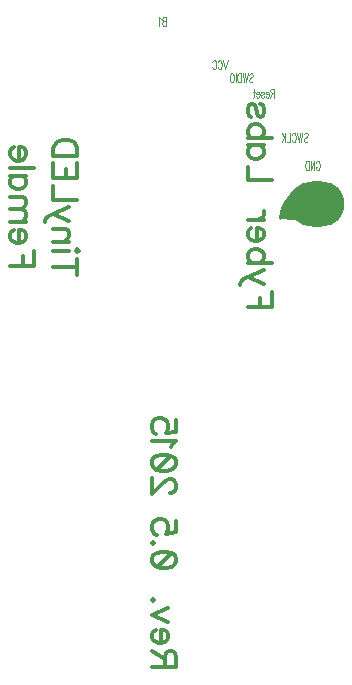
<source format=gbo>
G04 DipTrace 2.4.0.2*
%INfemale.gbo*%
%MOMM*%
%ADD10C,0.25*%
%ADD44O,4.663X3.825*%
%ADD69C,0.118*%
%ADD70C,0.314*%
%FSLAX53Y53*%
G04*
G71*
G90*
G75*
G01*
%LNBotSilk*%
%LPD*%
X36597Y51167D2*
D10*
G02X39947Y54191I3237J-218D01*
G01*
D44*
X39653Y52404D3*
G36*
X36672Y51117D2*
X38722Y50966D1*
X39297Y53916D1*
X37372Y53017D1*
X36847Y52067D1*
D1*
X36672Y51117D1*
G37*
X26897Y68220D2*
D69*
Y67454D1*
X26700D1*
X26634Y67491D1*
X26612Y67528D1*
X26591Y67600D1*
Y67709D1*
X26612Y67783D1*
X26634Y67819D1*
X26700Y67855D1*
X26634Y67892D1*
X26612Y67928D1*
X26591Y68001D1*
Y68074D1*
X26612Y68147D1*
X26634Y68184D1*
X26700Y68220D1*
X26897D1*
Y67855D2*
X26700D1*
X26450Y68073D2*
X26406Y68110D1*
X26340Y68219D1*
Y67454D1*
X32118Y64561D2*
X31943Y63795D1*
X31768Y64561D1*
X31299Y64379D2*
X31321Y64451D1*
X31364Y64525D1*
X31408Y64561D1*
X31495D1*
X31539Y64525D1*
X31583Y64451D1*
X31605Y64379D1*
X31627Y64269D1*
Y64087D1*
X31605Y63978D1*
X31583Y63905D1*
X31539Y63832D1*
X31495Y63795D1*
X31408D1*
X31364Y63832D1*
X31321Y63905D1*
X31299Y63978D1*
X30830Y64379D2*
X30851Y64451D1*
X30895Y64525D1*
X30939Y64561D1*
X31026D1*
X31070Y64525D1*
X31114Y64451D1*
X31136Y64379D1*
X31158Y64269D1*
Y64087D1*
X31136Y63978D1*
X31114Y63905D1*
X31070Y63832D1*
X31026Y63795D1*
X30939D1*
X30895Y63832D1*
X30851Y63905D1*
X30830Y63978D1*
X33963Y63348D2*
X34006Y63422D1*
X34072Y63458D1*
X34159D1*
X34225Y63422D1*
X34269Y63348D1*
Y63276D1*
X34247Y63203D1*
X34225Y63166D1*
X34181Y63130D1*
X34050Y63057D1*
X34006Y63021D1*
X33984Y62984D1*
X33963Y62911D1*
Y62802D1*
X34006Y62729D1*
X34072Y62692D1*
X34159D1*
X34225Y62729D1*
X34269Y62802D1*
X33821Y63458D2*
X33712Y62692D1*
X33603Y63458D1*
X33493Y62692D1*
X33384Y63458D1*
X33243D2*
Y62692D1*
X33089D1*
X33024Y62729D1*
X32980Y62802D1*
X32958Y62875D1*
X32936Y62984D1*
Y63166D1*
X32958Y63276D1*
X32980Y63348D1*
X33024Y63422D1*
X33089Y63458D1*
X33243D1*
X32795D2*
Y62692D1*
X32523Y63458D2*
X32567Y63422D1*
X32610Y63348D1*
X32632Y63276D1*
X32654Y63166D1*
Y62984D1*
X32632Y62875D1*
X32610Y62802D1*
X32567Y62729D1*
X32523Y62692D1*
X32435D1*
X32392Y62729D1*
X32348Y62802D1*
X32326Y62875D1*
X32304Y62984D1*
Y63166D1*
X32326Y63276D1*
X32348Y63348D1*
X32392Y63422D1*
X32435Y63458D1*
X32523D1*
X36059Y61792D2*
X35863D1*
X35797Y61830D1*
X35775Y61866D1*
X35753Y61938D1*
Y62011D1*
X35775Y62084D1*
X35797Y62121D1*
X35863Y62157D1*
X36059D1*
Y61392D1*
X35906Y61792D2*
X35753Y61392D1*
X35612Y61683D2*
X35350D1*
Y61756D1*
X35371Y61830D1*
X35393Y61866D1*
X35437Y61902D1*
X35503D1*
X35546Y61866D1*
X35590Y61792D1*
X35612Y61683D1*
Y61611D1*
X35590Y61501D1*
X35546Y61429D1*
X35503Y61392D1*
X35437D1*
X35393Y61429D1*
X35350Y61501D1*
X34968Y61792D2*
X34990Y61866D1*
X35055Y61902D1*
X35121D1*
X35187Y61866D1*
X35208Y61792D1*
X35187Y61720D1*
X35143Y61683D1*
X35034Y61647D1*
X34990Y61611D1*
X34968Y61537D1*
Y61501D1*
X34990Y61429D1*
X35055Y61392D1*
X35121D1*
X35187Y61429D1*
X35208Y61501D1*
X34827Y61683D2*
X34564D1*
Y61756D1*
X34586Y61830D1*
X34608Y61866D1*
X34652Y61902D1*
X34717D1*
X34761Y61866D1*
X34805Y61792D1*
X34827Y61683D1*
Y61611D1*
X34805Y61501D1*
X34761Y61429D1*
X34717Y61392D1*
X34652D1*
X34608Y61429D1*
X34564Y61501D1*
X34357Y62157D2*
Y61537D1*
X34336Y61429D1*
X34292Y61392D1*
X34248D1*
X34423Y61902D2*
X34270D1*
X38602Y58288D2*
X38646Y58361D1*
X38711Y58398D1*
X38799D1*
X38864Y58361D1*
X38908Y58288D1*
Y58216D1*
X38886Y58142D1*
X38864Y58106D1*
X38821Y58070D1*
X38690Y57997D1*
X38646Y57960D1*
X38624Y57923D1*
X38602Y57851D1*
Y57741D1*
X38646Y57669D1*
X38711Y57632D1*
X38799D1*
X38864Y57669D1*
X38908Y57741D1*
X38461Y58398D2*
X38351Y57632D1*
X38242Y58398D1*
X38133Y57632D1*
X38023Y58398D1*
X37554Y58216D2*
X37576Y58288D1*
X37620Y58361D1*
X37663Y58398D1*
X37751D1*
X37795Y58361D1*
X37838Y58288D1*
X37860Y58216D1*
X37882Y58106D1*
Y57923D1*
X37860Y57815D1*
X37838Y57741D1*
X37795Y57669D1*
X37751Y57632D1*
X37663D1*
X37620Y57669D1*
X37576Y57741D1*
X37554Y57815D1*
X37413Y58398D2*
Y57632D1*
X37151D1*
X37010Y58398D2*
Y57632D1*
X36703Y58398D2*
X37010Y57887D1*
X36900Y58070D2*
X36703Y57632D1*
X39592Y55839D2*
X39614Y55912D1*
X39658Y55985D1*
X39701Y56021D1*
X39788D1*
X39832Y55985D1*
X39876Y55912D1*
X39898Y55839D1*
X39920Y55730D1*
Y55547D1*
X39898Y55438D1*
X39876Y55365D1*
X39832Y55293D1*
X39788Y55256D1*
X39701D1*
X39658Y55293D1*
X39614Y55365D1*
X39592Y55438D1*
Y55547D1*
X39701D1*
X39144Y56021D2*
Y55256D1*
X39451Y56021D1*
Y55256D1*
X39003Y56021D2*
Y55256D1*
X38850D1*
X38784Y55293D1*
X38740Y55365D1*
X38719Y55438D1*
X38697Y55547D1*
Y55730D1*
X38719Y55839D1*
X38740Y55912D1*
X38784Y55985D1*
X38850Y56021D1*
X39003D1*
X35865Y44902D2*
D70*
Y43637D1*
X33823D1*
X34892D2*
Y44414D1*
X35184Y45628D2*
X33823Y46210D1*
X33435Y46017D1*
X33239Y45821D1*
X33143Y45628D1*
Y45529D1*
X35184Y46794D2*
X33823Y46210D1*
X35865Y47421D2*
X33823D1*
X34892D2*
X35088Y47617D1*
X35184Y47810D1*
Y48102D1*
X35088Y48295D1*
X34892Y48490D1*
X34600Y48587D1*
X34407D1*
X34115Y48490D1*
X33922Y48295D1*
X33823Y48102D1*
Y47810D1*
X33922Y47617D1*
X34115Y47421D1*
X34600Y49214D2*
Y50380D1*
X34796D1*
X34991Y50284D1*
X35088Y50187D1*
X35184Y49992D1*
Y49700D1*
X35088Y49506D1*
X34892Y49311D1*
X34600Y49214D1*
X34407D1*
X34115Y49311D1*
X33922Y49506D1*
X33823Y49700D1*
Y49992D1*
X33922Y50187D1*
X34115Y50380D1*
X35184Y51008D2*
X33823D1*
X34600D2*
X34892Y51106D1*
X35088Y51300D1*
X35184Y51495D1*
Y51787D1*
X35865Y54390D2*
X33823D1*
Y55555D1*
X35184Y57349D2*
X33823D1*
X34892D2*
X35088Y57155D1*
X35184Y56960D1*
Y56670D1*
X35088Y56475D1*
X34892Y56282D1*
X34600Y56183D1*
X34407D1*
X34115Y56282D1*
X33922Y56475D1*
X33823Y56670D1*
Y56960D1*
X33922Y57155D1*
X34115Y57349D1*
X35865Y57976D2*
X33823D1*
X34892D2*
X35088Y58171D1*
X35184Y58365D1*
Y58657D1*
X35088Y58850D1*
X34892Y59045D1*
X34600Y59142D1*
X34407D1*
X34115Y59045D1*
X33922Y58850D1*
X33823Y58657D1*
Y58365D1*
X33922Y58171D1*
X34115Y57976D1*
X34892Y60838D2*
X35088Y60742D1*
X35184Y60450D1*
Y60158D1*
X35088Y59866D1*
X34892Y59769D1*
X34699Y59866D1*
X34600Y60061D1*
X34504Y60546D1*
X34407Y60742D1*
X34212Y60838D1*
X34115D1*
X33922Y60742D1*
X33823Y60450D1*
Y60158D1*
X33922Y59866D1*
X34115Y59769D1*
X19410Y47043D2*
X17368D1*
X19410Y46363D2*
Y47724D1*
Y48351D2*
X19314Y48448D1*
X19410Y48547D1*
X19509Y48448D1*
X19410Y48351D1*
X18730Y48448D2*
X17368D1*
X18730Y49174D2*
X17368D1*
X18341D2*
X18633Y49466D1*
X18730Y49661D1*
Y49951D1*
X18633Y50147D1*
X18341Y50243D1*
X17368D1*
X18730Y50969D2*
X17368Y51551D1*
X16980Y51358D1*
X16784Y51163D1*
X16688Y50969D1*
Y50871D1*
X18730Y52135D2*
X17368Y51551D1*
X19410Y52763D2*
X17368D1*
Y53928D1*
X19410Y55818D2*
Y54556D1*
X17368D1*
Y55818D1*
X18438Y54556D2*
Y55333D1*
X19410Y56446D2*
X17368D1*
Y57126D1*
X17467Y57418D1*
X17660Y57614D1*
X17856Y57710D1*
X18146Y57807D1*
X18633D1*
X18925Y57710D1*
X19118Y57614D1*
X19314Y57418D1*
X19410Y57126D1*
Y56446D1*
X26796Y13199D2*
Y14073D1*
X26895Y14365D1*
X26992Y14463D1*
X27185Y14560D1*
X27380D1*
X27574Y14463D1*
X27672Y14365D1*
X27769Y14073D1*
Y13199D1*
X25727D1*
X26796Y13879D2*
X25727Y14560D1*
X26504Y15187D2*
Y16353D1*
X26700D1*
X26895Y16257D1*
X26992Y16160D1*
X27088Y15965D1*
Y15673D1*
X26992Y15479D1*
X26796Y15284D1*
X26504Y15187D1*
X26311D1*
X26019Y15284D1*
X25826Y15479D1*
X25727Y15673D1*
Y15965D1*
X25826Y16160D1*
X26019Y16353D1*
X27088Y16981D2*
X25727Y17565D1*
X27088Y18146D1*
X25923Y18870D2*
X25824Y18774D1*
X25727Y18870D1*
X25824Y18969D1*
X25923Y18870D1*
X27767Y22156D2*
X27670Y21864D1*
X27378Y21668D1*
X26893Y21572D1*
X26601D1*
X26116Y21668D1*
X25824Y21864D1*
X25727Y22156D1*
Y22349D1*
X25824Y22641D1*
X26116Y22834D1*
X26601Y22933D1*
X26893D1*
X27378Y22834D1*
X27670Y22641D1*
X27767Y22349D1*
Y22156D1*
X27378Y22834D2*
X26116Y21668D1*
X25923Y23657D2*
X25824Y23560D1*
X25727Y23657D1*
X25824Y23756D1*
X25923Y23657D1*
X27767Y25549D2*
Y24579D1*
X26893Y24482D1*
X26990Y24579D1*
X27088Y24871D1*
Y25160D1*
X26990Y25452D1*
X26796Y25648D1*
X26504Y25744D1*
X26311D1*
X26019Y25648D1*
X25824Y25452D1*
X25727Y25160D1*
Y24871D1*
X25824Y24579D1*
X25923Y24482D1*
X26116Y24383D1*
X27256Y27920D2*
X27353D1*
X27548Y28017D1*
X27645Y28113D1*
X27742Y28309D1*
Y28697D1*
X27645Y28890D1*
X27548Y28987D1*
X27353Y29086D1*
X27160D1*
X26964Y28987D1*
X26675Y28794D1*
X25702Y27821D1*
Y29182D1*
X27742Y30394D2*
X27645Y30102D1*
X27353Y29906D1*
X26868Y29810D1*
X26576D1*
X26091Y29906D1*
X25799Y30102D1*
X25702Y30394D1*
Y30587D1*
X25799Y30879D1*
X26091Y31072D1*
X26576Y31171D1*
X26868D1*
X27353Y31072D1*
X27645Y30879D1*
X27742Y30587D1*
Y30394D1*
X27353Y31072D2*
X26091Y29906D1*
X27353Y31798D2*
X27452Y31994D1*
X27742Y32286D1*
X25702D1*
X27742Y34079D2*
Y33109D1*
X26868Y33012D1*
X26964Y33109D1*
X27063Y33401D1*
Y33691D1*
X26964Y33983D1*
X26771Y34178D1*
X26479Y34275D1*
X26286D1*
X25994Y34178D1*
X25799Y33983D1*
X25702Y33691D1*
Y33401D1*
X25799Y33109D1*
X25897Y33012D1*
X26091Y32913D1*
X15761Y48431D2*
Y47167D1*
X13720D1*
X14789D2*
Y47944D1*
X14497Y49059D2*
Y50224D1*
X14692D1*
X14888Y50128D1*
X14984Y50031D1*
X15081Y49836D1*
Y49544D1*
X14984Y49351D1*
X14789Y49155D1*
X14497Y49059D1*
X14304D1*
X14012Y49155D1*
X13818Y49351D1*
X13720Y49544D1*
Y49836D1*
X13818Y50031D1*
X14012Y50224D1*
X15081Y50852D2*
X13720D1*
X14692D2*
X14984Y51144D1*
X15081Y51339D1*
Y51629D1*
X14984Y51824D1*
X14692Y51921D1*
X13720D1*
X14692D2*
X14984Y52213D1*
X15081Y52408D1*
Y52698D1*
X14984Y52894D1*
X14692Y52992D1*
X13720D1*
X15081Y54786D2*
X13720D1*
X14789D2*
X14984Y54592D1*
X15081Y54397D1*
Y54107D1*
X14984Y53912D1*
X14789Y53719D1*
X14497Y53620D1*
X14304D1*
X14012Y53719D1*
X13818Y53912D1*
X13720Y54107D1*
Y54397D1*
X13818Y54592D1*
X14012Y54786D1*
X15761Y55413D2*
X13720D1*
X14497Y56041D2*
Y57206D1*
X14692D1*
X14888Y57110D1*
X14984Y57013D1*
X15081Y56818D1*
Y56526D1*
X14984Y56333D1*
X14789Y56137D1*
X14497Y56041D1*
X14304D1*
X14012Y56137D1*
X13818Y56333D1*
X13720Y56526D1*
Y56818D1*
X13818Y57013D1*
X14012Y57206D1*
M02*

</source>
